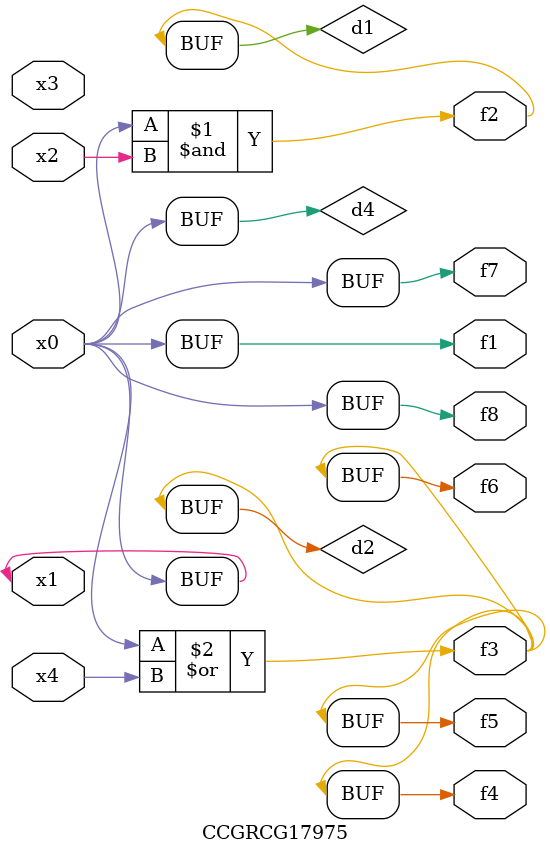
<source format=v>
module CCGRCG17975(
	input x0, x1, x2, x3, x4,
	output f1, f2, f3, f4, f5, f6, f7, f8
);

	wire d1, d2, d3, d4;

	and (d1, x0, x2);
	or (d2, x0, x4);
	nand (d3, x0, x2);
	buf (d4, x0, x1);
	assign f1 = d4;
	assign f2 = d1;
	assign f3 = d2;
	assign f4 = d2;
	assign f5 = d2;
	assign f6 = d2;
	assign f7 = d4;
	assign f8 = d4;
endmodule

</source>
